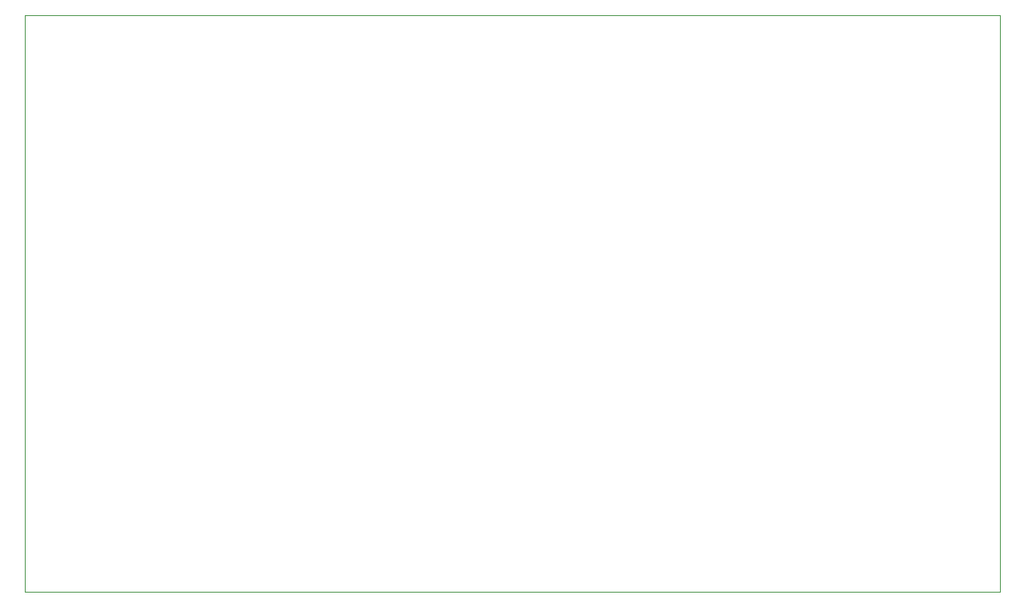
<source format=gm1>
G04 #@! TF.GenerationSoftware,KiCad,Pcbnew,7.0.7-7.0.7~ubuntu22.04.1*
G04 #@! TF.CreationDate,2023-09-07T23:45:27+05:30*
G04 #@! TF.ProjectId,SDC_Schematic,5344435f-5363-4686-956d-617469632e6b,rev?*
G04 #@! TF.SameCoordinates,Original*
G04 #@! TF.FileFunction,Profile,NP*
%FSLAX46Y46*%
G04 Gerber Fmt 4.6, Leading zero omitted, Abs format (unit mm)*
G04 Created by KiCad (PCBNEW 7.0.7-7.0.7~ubuntu22.04.1) date 2023-09-07 23:45:27*
%MOMM*%
%LPD*%
G01*
G04 APERTURE LIST*
G04 #@! TA.AperFunction,Profile*
%ADD10C,0.100000*%
G04 #@! TD*
G04 APERTURE END LIST*
D10*
X94000000Y-42251000D02*
X197000000Y-42251000D01*
X197000000Y-103251000D01*
X94000000Y-103251000D01*
X94000000Y-42251000D01*
M02*

</source>
